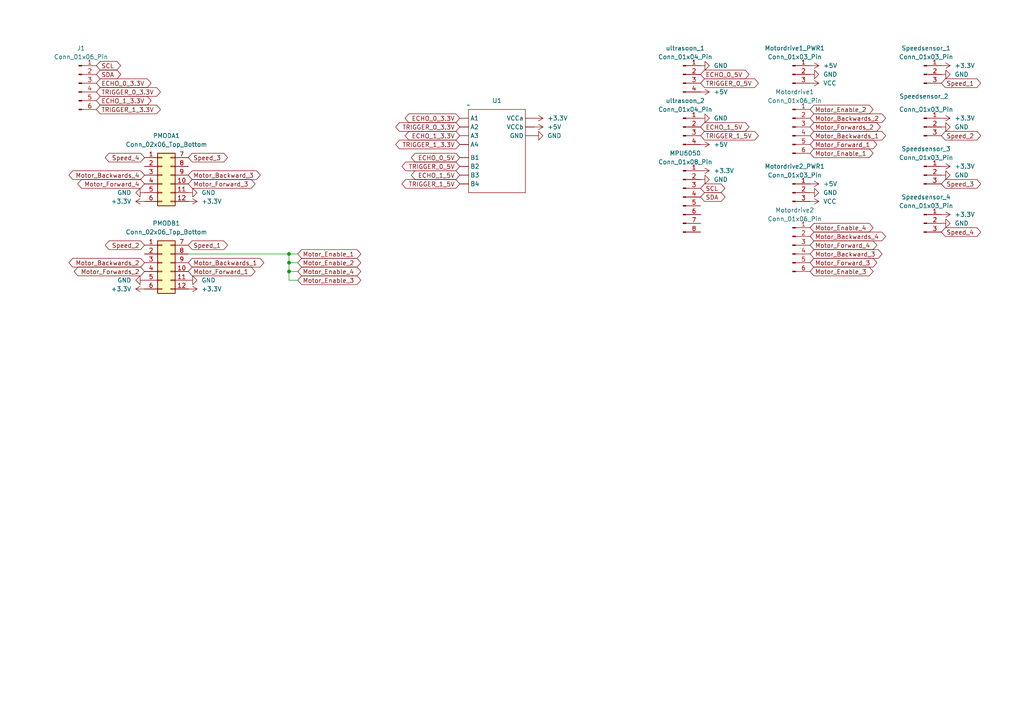
<source format=kicad_sch>
(kicad_sch (version 20230121) (generator eeschema)
  (paper "A4")
  (lib_symbols
    (symbol "Connector:Conn_01x03_Pin" (pin_names (offset 1.016) hide)
      (property "Reference" "J" (at 0 5.08 0))
      (property "Value" "Conn_01x03_Pin" (at 0 -5.08 0))
      (symbol "Conn_01x03_Pin_1_1"
        (polyline (pts (xy 1.27 -2.54) (xy 0.8636 -2.54)) (stroke (width 0.1524)))
        (polyline (pts (xy 1.27 0) (xy 0.8636 0)) (stroke (width 0.1524)))
        (polyline (pts (xy 1.27 2.54) (xy 0.8636 2.54)) (stroke (width 0.1524)))
        (rectangle (start 0.8636 -2.413) (end 0 -2.667) (stroke (width 0.1524)) (fill (type outline)))
        (rectangle (start 0.8636 0.127) (end 0 -0.127) (stroke (width 0.1524)) (fill (type outline)))
        (rectangle (start 0.8636 2.667) (end 0 2.413) (stroke (width 0.1524)) (fill (type outline)))
        (pin passive line (at 5.08 2.54 180) (length 3.81) (name "Pin_1") (number "1"))
        (pin passive line (at 5.08 0 180) (length 3.81) (name "Pin_2") (number "2"))
        (pin passive line (at 5.08 -2.54 180) (length 3.81) (name "Pin_3") (number "3"))
      )
    )
    (symbol "Connector:Conn_01x04_Pin" (pin_names (offset 1.016) hide)
      (property "Reference" "J" (at 0 5.08 0))
      (property "Value" "Conn_01x04_Pin" (at 0 -7.62 0))
      (symbol "Conn_01x04_Pin_1_1"
        (polyline (pts (xy 1.27 -5.08) (xy 0.8636 -5.08)) (stroke (width 0.1524)))
        (polyline (pts (xy 1.27 -2.54) (xy 0.8636 -2.54)) (stroke (width 0.1524)))
        (polyline (pts (xy 1.27 0) (xy 0.8636 0)) (stroke (width 0.1524)))
        (polyline (pts (xy 1.27 2.54) (xy 0.8636 2.54)) (stroke (width 0.1524)))
        (rectangle (start 0.8636 -4.953) (end 0 -5.207) (stroke (width 0.1524)) (fill (type outline)))
        (rectangle (start 0.8636 -2.413) (end 0 -2.667) (stroke (width 0.1524)) (fill (type outline)))
        (rectangle (start 0.8636 0.127) (end 0 -0.127) (stroke (width 0.1524)) (fill (type outline)))
        (rectangle (start 0.8636 2.667) (end 0 2.413) (stroke (width 0.1524)) (fill (type outline)))
        (pin passive line (at 5.08 2.54 180) (length 3.81) (name "Pin_1") (number "1"))
        (pin passive line (at 5.08 0 180) (length 3.81) (name "Pin_2") (number "2"))
        (pin passive line (at 5.08 -2.54 180) (length 3.81) (name "Pin_3") (number "3"))
        (pin passive line (at 5.08 -5.08 180) (length 3.81) (name "Pin_4") (number "4"))
      )
    )
    (symbol "Connector:Conn_01x06_Pin" (pin_names (offset 1.016) hide)
      (property "Reference" "J" (at 0 7.62 0))
      (property "Value" "Conn_01x06_Pin" (at 0 -10.16 0))
      (symbol "Conn_01x06_Pin_1_1"
        (polyline (pts (xy 1.27 -7.62) (xy 0.8636 -7.62)) (stroke (width 0.1524)))
        (polyline (pts (xy 1.27 -5.08) (xy 0.8636 -5.08)) (stroke (width 0.1524)))
        (polyline (pts (xy 1.27 -2.54) (xy 0.8636 -2.54)) (stroke (width 0.1524)))
        (polyline (pts (xy 1.27 0) (xy 0.8636 0)) (stroke (width 0.1524)))
        (polyline (pts (xy 1.27 2.54) (xy 0.8636 2.54)) (stroke (width 0.1524)))
        (polyline (pts (xy 1.27 5.08) (xy 0.8636 5.08)) (stroke (width 0.1524)))
        (rectangle (start 0.8636 -7.493) (end 0 -7.747) (stroke (width 0.1524)) (fill (type outline)))
        (rectangle (start 0.8636 -4.953) (end 0 -5.207) (stroke (width 0.1524)) (fill (type outline)))
        (rectangle (start 0.8636 -2.413) (end 0 -2.667) (stroke (width 0.1524)) (fill (type outline)))
        (rectangle (start 0.8636 0.127) (end 0 -0.127) (stroke (width 0.1524)) (fill (type outline)))
        (rectangle (start 0.8636 2.667) (end 0 2.413) (stroke (width 0.1524)) (fill (type outline)))
        (rectangle (start 0.8636 5.207) (end 0 4.953) (stroke (width 0.1524)) (fill (type outline)))
        (pin passive line (at 5.08 5.08 180) (length 3.81) (name "Pin_1") (number "1"))
        (pin passive line (at 5.08 2.54 180) (length 3.81) (name "Pin_2") (number "2"))
        (pin passive line (at 5.08 0 180) (length 3.81) (name "Pin_3") (number "3"))
        (pin passive line (at 5.08 -2.54 180) (length 3.81) (name "Pin_4") (number "4"))
        (pin passive line (at 5.08 -5.08 180) (length 3.81) (name "Pin_5") (number "5"))
        (pin passive line (at 5.08 -7.62 180) (length 3.81) (name "Pin_6") (number "6"))
      )
    )
    (symbol "Connector:Conn_01x08_Pin" (pin_names (offset 1.016) hide)
      (property "Reference" "J" (at 0 10.16 0))
      (property "Value" "Conn_01x08_Pin" (at 0 -12.7 0))
      (symbol "Conn_01x08_Pin_1_1"
        (polyline (pts (xy 1.27 -10.16) (xy 0.8636 -10.16)) (stroke (width 0.1524)))
        (polyline (pts (xy 1.27 -7.62) (xy 0.8636 -7.62)) (stroke (width 0.1524)))
        (polyline (pts (xy 1.27 -5.08) (xy 0.8636 -5.08)) (stroke (width 0.1524)))
        (polyline (pts (xy 1.27 -2.54) (xy 0.8636 -2.54)) (stroke (width 0.1524)))
        (polyline (pts (xy 1.27 0) (xy 0.8636 0)) (stroke (width 0.1524)))
        (polyline (pts (xy 1.27 2.54) (xy 0.8636 2.54)) (stroke (width 0.1524)))
        (polyline (pts (xy 1.27 5.08) (xy 0.8636 5.08)) (stroke (width 0.1524)))
        (polyline (pts (xy 1.27 7.62) (xy 0.8636 7.62)) (stroke (width 0.1524)))
        (rectangle (start 0.8636 -10.033) (end 0 -10.287) (stroke (width 0.1524)) (fill (type outline)))
        (rectangle (start 0.8636 -7.493) (end 0 -7.747) (stroke (width 0.1524)) (fill (type outline)))
        (rectangle (start 0.8636 -4.953) (end 0 -5.207) (stroke (width 0.1524)) (fill (type outline)))
        (rectangle (start 0.8636 -2.413) (end 0 -2.667) (stroke (width 0.1524)) (fill (type outline)))
        (rectangle (start 0.8636 0.127) (end 0 -0.127) (stroke (width 0.1524)) (fill (type outline)))
        (rectangle (start 0.8636 2.667) (end 0 2.413) (stroke (width 0.1524)) (fill (type outline)))
        (rectangle (start 0.8636 5.207) (end 0 4.953) (stroke (width 0.1524)) (fill (type outline)))
        (rectangle (start 0.8636 7.747) (end 0 7.493) (stroke (width 0.1524)) (fill (type outline)))
        (pin passive line (at 5.08 7.62 180) (length 3.81) (name "Pin_1") (number "1"))
        (pin passive line (at 5.08 5.08 180) (length 3.81) (name "Pin_2") (number "2"))
        (pin passive line (at 5.08 2.54 180) (length 3.81) (name "Pin_3") (number "3"))
        (pin passive line (at 5.08 0 180) (length 3.81) (name "Pin_4") (number "4"))
        (pin passive line (at 5.08 -2.54 180) (length 3.81) (name "Pin_5") (number "5"))
        (pin passive line (at 5.08 -5.08 180) (length 3.81) (name "Pin_6") (number "6"))
        (pin passive line (at 5.08 -7.62 180) (length 3.81) (name "Pin_7") (number "7"))
        (pin passive line (at 5.08 -10.16 180) (length 3.81) (name "Pin_8") (number "8"))
      )
    )
    (symbol "Connector_Generic:Conn_02x06_Top_Bottom" (pin_names (offset 1.016) hide)
      (property "Reference" "J" (at 1.27 7.62 0))
      (property "Value" "Conn_02x06_Top_Bottom" (at 1.27 -10.16 0))
      (symbol "Conn_02x06_Top_Bottom_1_1"
        (rectangle (start -1.27 -7.493) (end 0 -7.747) (stroke (width 0.1524)))
        (rectangle (start -1.27 -4.953) (end 0 -5.207) (stroke (width 0.1524)))
        (rectangle (start -1.27 -2.413) (end 0 -2.667) (stroke (width 0.1524)))
        (rectangle (start -1.27 0.127) (end 0 -0.127) (stroke (width 0.1524)))
        (rectangle (start -1.27 2.667) (end 0 2.413) (stroke (width 0.1524)))
        (rectangle (start -1.27 5.207) (end 0 4.953) (stroke (width 0.1524)))
        (rectangle (start -1.27 6.35) (end 3.81 -8.89) (stroke (width 0.254)) (fill (type background)))
        (rectangle (start 3.81 -7.493) (end 2.54 -7.747) (stroke (width 0.1524)))
        (rectangle (start 3.81 -4.953) (end 2.54 -5.207) (stroke (width 0.1524)))
        (rectangle (start 3.81 -2.413) (end 2.54 -2.667) (stroke (width 0.1524)))
        (rectangle (start 3.81 0.127) (end 2.54 -0.127) (stroke (width 0.1524)))
        (rectangle (start 3.81 2.667) (end 2.54 2.413) (stroke (width 0.1524)))
        (rectangle (start 3.81 5.207) (end 2.54 4.953) (stroke (width 0.1524)))
        (pin passive line (at -5.08 5.08 0) (length 3.81) (name "Pin_1") (number "1"))
        (pin passive line (at 7.62 -2.54 180) (length 3.81) (name "Pin_10") (number "10"))
        (pin passive line (at 7.62 -5.08 180) (length 3.81) (name "Pin_11") (number "11"))
        (pin passive line (at 7.62 -7.62 180) (length 3.81) (name "Pin_12") (number "12"))
        (pin passive line (at -5.08 2.54 0) (length 3.81) (name "Pin_2") (number "2"))
        (pin passive line (at -5.08 0 0) (length 3.81) (name "Pin_3") (number "3"))
        (pin passive line (at -5.08 -2.54 0) (length 3.81) (name "Pin_4") (number "4"))
        (pin passive line (at -5.08 -5.08 0) (length 3.81) (name "Pin_5") (number "5"))
        (pin passive line (at -5.08 -7.62 0) (length 3.81) (name "Pin_6") (number "6"))
        (pin passive line (at 7.62 5.08 180) (length 3.81) (name "Pin_7") (number "7"))
        (pin passive line (at 7.62 2.54 180) (length 3.81) (name "Pin_8") (number "8"))
        (pin passive line (at 7.62 0 180) (length 3.81) (name "Pin_9") (number "9"))
      )
    )
    (symbol "New_Library:KY-051"
      (property "Reference" "U" (at 0 0 0))
      (symbol "KY-051_0_1"
        (rectangle (start 0 -1.27) (end 16.51 -25.4))
      )
      (symbol "KY-051_1_1"
        (pin bidirectional line (at -2.54 -3.81 0) (length 2.54) (name "A1") (number ""))
        (pin bidirectional line (at -2.54 -6.35 0) (length 2.54) (name "A2") (number ""))
        (pin bidirectional line (at -2.54 -8.89 0) (length 2.54) (name "A3") (number ""))
        (pin bidirectional line (at -2.54 -11.43 0) (length 2.54) (name "A4") (number ""))
        (pin bidirectional line (at -2.54 -15.24 0) (length 2.54) (name "B1") (number ""))
        (pin bidirectional line (at -2.54 -17.78 0) (length 2.54) (name "B2") (number ""))
        (pin bidirectional line (at -2.54 -20.32 0) (length 2.54) (name "B3") (number ""))
        (pin bidirectional line (at -2.54 -22.86 0) (length 2.54) (name "B4") (number ""))
        (pin power_in line (at 19.05 -8.89 180) (length 2.54) (name "GND") (number ""))
        (pin power_in line (at 19.05 -3.81 180) (length 2.54) (name "VCCa") (number ""))
        (pin power_in line (at 19.05 -6.35 180) (length 2.54) (name "VCCb") (number ""))
      )
    )
    (symbol "power:+3.3V" (power) (pin_names (offset 0))
      (property "Value" "+3.3V" (at 0 3.556 0))
      (symbol "+3.3V_0_1"
        (polyline (pts (xy -0.762 1.27) (xy 0 2.54)))
        (polyline (pts (xy 0 0) (xy 0 2.54)))
        (polyline (pts (xy 0 2.54) (xy 0.762 1.27)))
      )
      (symbol "+3.3V_1_1"
        (pin power_in line (at 0 0 90) (length 0) hide (name "+3.3V") (number "1"))
      )
    )
    (symbol "power:+5V" (power) (pin_names (offset 0))
      (property "Value" "+5V" (at 0 3.556 0))
      (symbol "+5V_0_1"
        (polyline (pts (xy -0.762 1.27) (xy 0 2.54)))
        (polyline (pts (xy 0 0) (xy 0 2.54)))
        (polyline (pts (xy 0 2.54) (xy 0.762 1.27)))
      )
      (symbol "+5V_1_1"
        (pin power_in line (at 0 0 90) (length 0) hide (name "+5V") (number "1"))
      )
    )
    (symbol "power:GND" (power) (pin_names (offset 0))
      (property "Value" "GND" (at 0 -3.81 0))
      (symbol "GND_0_1"
        (polyline (pts (xy 0 0) (xy 0 -1.27) (xy 1.27 -1.27) (xy 0 -2.54) (xy -1.27 -1.27) (xy 0 -1.27)))
      )
      (symbol "GND_1_1"
        (pin power_in line (at 0 0 270) (length 0) hide (name "GND") (number "1"))
      )
    )
    (symbol "power:VCC" (power) (pin_names (offset 0))
      (property "Value" "VCC" (at 0 3.81 0))
      (symbol "VCC_0_1"
        (polyline (pts (xy -0.762 1.27) (xy 0 2.54)))
        (polyline (pts (xy 0 0) (xy 0 2.54)))
        (polyline (pts (xy 0 2.54) (xy 0.762 1.27)))
      )
      (symbol "VCC_1_1"
        (pin power_in line (at 0 0 90) (length 0) hide (name "VCC") (number "1"))
      )
    )
  )
  (junction (at 83.82 78.74))
  (junction (at 83.82 73.66))
  (junction (at 83.82 76.2))
  (wire (pts (xy 83.82 78.74) (xy 83.82 76.2)))
  (wire (pts (xy 86.36 81.28) (xy 83.82 81.28)))
  (wire (pts (xy 54.61 73.66) (xy 83.82 73.66)))
  (wire (pts (xy 86.36 78.74) (xy 83.82 78.74)))
  (wire (pts (xy 86.36 76.2) (xy 83.82 76.2)))
  (wire (pts (xy 83.82 73.66) (xy 83.82 76.2)))
  (wire (pts (xy 83.82 73.66) (xy 86.36 73.66)))
  (wire (pts (xy 83.82 78.74) (xy 83.82 81.28)))
  (global_label "Motor_Enable_3" (shape bidirectional) (at 86.36 81.28 0) (property "Intersheetrefs" "${INTERSHEET_REFS}" (effects hide)))
  (global_label "Motor_Backwards_2" (shape bidirectional) (at 41.91 76.2 180) (property "Intersheetrefs" "${INTERSHEET_REFS}" (effects hide)))
  (global_label "ECHO_0_3.3V" (shape bidirectional) (at 27.94 24.13 0) (property "Intersheetrefs" "${INTERSHEET_REFS}" (effects hide)))
  (global_label "Speed_2" (shape bidirectional) (at 41.91 71.12 180) (property "Intersheetrefs" "${INTERSHEET_REFS}" (effects hide)))
  (global_label "Motor_Forward_4" (shape bidirectional) (at 41.91 53.34 180) (property "Intersheetrefs" "${INTERSHEET_REFS}" (effects hide)))
  (global_label "Motor_Enable_2" (shape bidirectional) (at 86.36 76.2 0) (property "Intersheetrefs" "${INTERSHEET_REFS}" (effects hide)))
  (global_label "Speed_4" (shape bidirectional) (at 273.05 67.31 0) (property "Intersheetrefs" "${INTERSHEET_REFS}" (effects hide)))
  (global_label "ECHO_0_5V" (shape bidirectional) (at 133.35 45.72 180) (property "Intersheetrefs" "${INTERSHEET_REFS}" (effects hide)))
  (global_label "SDA" (shape bidirectional) (at 203.2 57.15 0) (property "Intersheetrefs" "${INTERSHEET_REFS}" (effects hide)))
  (global_label "TRIGGER_0_5V" (shape bidirectional) (at 133.35 48.26 180) (property "Intersheetrefs" "${INTERSHEET_REFS}" (effects hide)))
  (global_label "Motor_Backwards_1" (shape bidirectional) (at 54.61 76.2 0) (property "Intersheetrefs" "${INTERSHEET_REFS}" (effects hide)))
  (global_label "Motor_Enable_2" (shape bidirectional) (at 234.95 31.75 0) (property "Intersheetrefs" "${INTERSHEET_REFS}" (effects hide)))
  (global_label "SCL" (shape bidirectional) (at 27.94 19.05 0) (property "Intersheetrefs" "${INTERSHEET_REFS}" (effects hide)))
  (global_label "Motor_Forward_1" (shape bidirectional) (at 54.61 78.74 0) (property "Intersheetrefs" "${INTERSHEET_REFS}" (effects hide)))
  (global_label "Motor_Forward_4" (shape bidirectional) (at 234.95 71.12 0) (property "Intersheetrefs" "${INTERSHEET_REFS}" (effects hide)))
  (global_label "TRIGGER_1_3.3V" (shape bidirectional) (at 27.94 31.75 0) (property "Intersheetrefs" "${INTERSHEET_REFS}" (effects hide)))
  (global_label "Motor_Enable_4" (shape bidirectional) (at 86.36 78.74 0) (property "Intersheetrefs" "${INTERSHEET_REFS}" (effects hide)))
  (global_label "TRIGGER_0_3.3V" (shape bidirectional) (at 27.94 26.67 0) (property "Intersheetrefs" "${INTERSHEET_REFS}" (effects hide)))
  (global_label "ECHO_1_3.3V" (shape bidirectional) (at 27.94 29.21 0) (property "Intersheetrefs" "${INTERSHEET_REFS}" (effects hide)))
  (global_label "Motor_Forward_3" (shape bidirectional) (at 54.61 53.34 0) (property "Intersheetrefs" "${INTERSHEET_REFS}" (effects hide)))
  (global_label "Motor_Enable_1" (shape bidirectional) (at 234.95 44.45 0) (property "Intersheetrefs" "${INTERSHEET_REFS}" (effects hide)))
  (global_label "Motor_Enable_1" (shape bidirectional) (at 86.36 73.66 0) (property "Intersheetrefs" "${INTERSHEET_REFS}" (effects hide)))
  (global_label "ECHO_0_3.3V" (shape bidirectional) (at 133.35 34.29 180) (property "Intersheetrefs" "${INTERSHEET_REFS}" (effects hide)))
  (global_label "Motor_Enable_4" (shape bidirectional) (at 234.95 66.04 0) (property "Intersheetrefs" "${INTERSHEET_REFS}" (effects hide)))
  (global_label "Motor_Forward_1" (shape bidirectional) (at 234.95 41.91 0) (property "Intersheetrefs" "${INTERSHEET_REFS}" (effects hide)))
  (global_label "ECHO_1_5V" (shape bidirectional) (at 203.2 36.83 0) (property "Intersheetrefs" "${INTERSHEET_REFS}" (effects hide)))
  (global_label "TRIGGER_0_3.3V" (shape bidirectional) (at 133.35 36.83 180) (property "Intersheetrefs" "${INTERSHEET_REFS}" (effects hide)))
  (global_label "Speed_1" (shape bidirectional) (at 273.05 24.13 0) (property "Intersheetrefs" "${INTERSHEET_REFS}" (effects hide)))
  (global_label "SDA" (shape bidirectional) (at 27.94 21.59 0) (property "Intersheetrefs" "${INTERSHEET_REFS}" (effects hide)))
  (global_label "Speed_4" (shape bidirectional) (at 41.91 45.72 180) (property "Intersheetrefs" "${INTERSHEET_REFS}" (effects hide)))
  (global_label "Motor_Forward_3" (shape bidirectional) (at 234.95 76.2 0) (property "Intersheetrefs" "${INTERSHEET_REFS}" (effects hide)))
  (global_label "ECHO_1_3.3V" (shape bidirectional) (at 133.35 39.37 180) (property "Intersheetrefs" "${INTERSHEET_REFS}" (effects hide)))
  (global_label "Speed_3" (shape bidirectional) (at 273.05 53.34 0) (property "Intersheetrefs" "${INTERSHEET_REFS}" (effects hide)))
  (global_label "Motor_Backwards_4" (shape bidirectional) (at 41.91 50.8 180) (property "Intersheetrefs" "${INTERSHEET_REFS}" (effects hide)))
  (global_label "SCL" (shape bidirectional) (at 203.2 54.61 0) (property "Intersheetrefs" "${INTERSHEET_REFS}" (effects hide)))
  (global_label "Motor_Backwards_2" (shape bidirectional) (at 234.95 34.29 0) (property "Intersheetrefs" "${INTERSHEET_REFS}" (effects hide)))
  (global_label "TRIGGER_1_3.3V" (shape bidirectional) (at 133.35 41.91 180) (property "Intersheetrefs" "${INTERSHEET_REFS}" (effects hide)))
  (global_label "TRIGGER_0_5V" (shape bidirectional) (at 203.2 24.13 0) (property "Intersheetrefs" "${INTERSHEET_REFS}" (effects hide)))
  (global_label "Motor_Backward_3" (shape bidirectional) (at 54.61 50.8 0) (property "Intersheetrefs" "${INTERSHEET_REFS}" (effects hide)))
  (global_label "Motor_Backward_3" (shape bidirectional) (at 234.95 73.66 0) (property "Intersheetrefs" "${INTERSHEET_REFS}" (effects hide)))
  (global_label "TRIGGER_1_5V" (shape bidirectional) (at 133.35 53.34 180) (property "Intersheetrefs" "${INTERSHEET_REFS}" (effects hide)))
  (global_label "Motor_Backwards_4" (shape bidirectional) (at 234.95 68.58 0) (property "Intersheetrefs" "${INTERSHEET_REFS}" (effects hide)))
  (global_label "Motor_Forwards_2" (shape bidirectional) (at 234.95 36.83 0) (property "Intersheetrefs" "${INTERSHEET_REFS}" (effects hide)))
  (global_label "Motor_Enable_3" (shape bidirectional) (at 234.95 78.74 0) (property "Intersheetrefs" "${INTERSHEET_REFS}" (effects hide)))
  (global_label "ECHO_0_5V" (shape bidirectional) (at 203.2 21.59 0) (property "Intersheetrefs" "${INTERSHEET_REFS}" (effects hide)))
  (global_label "ECHO_1_5V" (shape bidirectional) (at 133.35 50.8 180) (property "Intersheetrefs" "${INTERSHEET_REFS}" (effects hide)))
  (global_label "Speed_3" (shape bidirectional) (at 54.61 45.72 0) (property "Intersheetrefs" "${INTERSHEET_REFS}" (effects hide)))
  (global_label "Motor_Backwards_1" (shape bidirectional) (at 234.95 39.37 0) (property "Intersheetrefs" "${INTERSHEET_REFS}" (effects hide)))
  (global_label "Motor_Forwards_2" (shape bidirectional) (at 41.91 78.74 180) (property "Intersheetrefs" "${INTERSHEET_REFS}" (effects hide)))
  (global_label "TRIGGER_1_5V" (shape bidirectional) (at 203.2 39.37 0) (property "Intersheetrefs" "${INTERSHEET_REFS}" (effects hide)))
  (global_label "Speed_2" (shape bidirectional) (at 273.05 39.37 0) (property "Intersheetrefs" "${INTERSHEET_REFS}" (effects hide)))
  (global_label "Speed_1" (shape bidirectional) (at 54.61 71.12 0) (property "Intersheetrefs" "${INTERSHEET_REFS}" (effects hide)))
  (symbol (lib_id "Connector_Generic:Conn_02x06_Top_Bottom") (at 46.99 50.8 0) (unit 1)
    (property "Reference" "PMODA1" (at 48.26 39.37 0))
    (property "Value" "Conn_02x06_Top_Bottom" (at 48.26 41.91 0))
    (property "Footprint" "Library:PinHeader_2x06_CORRECTED" (effects hide))
  )
  (symbol (lib_id "Connector:Conn_01x06_Pin") (at 22.86 24.13 0) (unit 1)
    (property "Reference" "J1" (at 23.495 13.97 0))
    (property "Value" "Conn_01x06_Pin" (at 23.495 16.51 0))
    (property "Footprint" "Connector_PinHeader_2.54mm:PinHeader_1x06_P2.54mm_Vertical" (effects hide))
  )
  (symbol (lib_id "power:GND") (at 273.05 21.59 90) (unit 1)
    (property "Reference" "#PWR023" (effects hide))
    (property "Value" "GND" (at 276.86 21.59 90) (effects (justify right)))
  )
  (symbol (lib_id "power:+3.3V") (at 273.05 62.23 270) (unit 1)
    (property "Reference" "#PWR022" (effects hide))
    (property "Value" "+3.3V" (at 276.86 62.23 90) (effects (justify left)))
  )
  (symbol (lib_id "power:GND") (at 154.94 39.37 90) (unit 1)
    (property "Reference" "#PWR031" (effects hide))
    (property "Value" "GND" (at 158.75 39.37 90) (effects (justify right)))
  )
  (symbol (lib_id "power:GND") (at 234.95 55.88 90) (unit 1)
    (property "Reference" "#PWR012" (effects hide))
    (property "Value" "GND" (at 238.76 55.88 90) (effects (justify right)))
  )
  (symbol (lib_id "power:+3.3V") (at 154.94 34.29 270) (unit 1)
    (property "Reference" "#PWR029" (effects hide))
    (property "Value" "+3.3V" (at 158.75 34.29 90) (effects (justify left)))
  )
  (symbol (lib_id "Connector_Generic:Conn_02x06_Top_Bottom") (at 46.99 76.2 0) (unit 1)
    (property "Reference" "PMODB1" (at 48.26 64.77 0))
    (property "Value" "Conn_02x06_Top_Bottom" (at 48.26 67.31 0))
    (property "Footprint" "Library:PinHeader_2x06_CORRECTED" (effects hide))
  )
  (symbol (lib_id "power:+3.3V") (at 54.61 58.42 270) (unit 1)
    (property "Reference" "#PWR03" (effects hide))
    (property "Value" "+3.3V" (at 58.42 58.42 90) (effects (justify left)))
  )
  (symbol (lib_id "power:VCC") (at 234.95 24.13 270) (unit 1)
    (property "Reference" "#PWR09" (effects hide))
    (property "Value" "VCC" (at 238.76 24.13 90) (effects (justify left)))
  )
  (symbol (lib_id "power:GND") (at 234.95 21.59 90) (unit 1)
    (property "Reference" "#PWR011" (effects hide))
    (property "Value" "GND" (at 238.76 21.59 90) (effects (justify right)))
  )
  (symbol (lib_id "Connector:Conn_01x04_Pin") (at 198.12 36.83 0) (unit 1)
    (property "Reference" "ultrasoon_2" (at 198.755 29.21 0))
    (property "Value" "Conn_01x04_Pin" (at 198.755 31.75 0))
    (property "Footprint" "Connector_PinHeader_2.54mm:PinHeader_1x04_P2.54mm_Vertical" (effects hide))
  )
  (symbol (lib_id "power:+3.3V") (at 54.61 83.82 270) (unit 1)
    (property "Reference" "#PWR01" (effects hide))
    (property "Value" "+3.3V" (at 58.42 83.82 90) (effects (justify left)))
  )
  (symbol (lib_id "power:+3.3V") (at 273.05 48.26 270) (unit 1)
    (property "Reference" "#PWR021" (effects hide))
    (property "Value" "+3.3V" (at 276.86 48.26 90) (effects (justify left)))
  )
  (symbol (lib_id "Connector:Conn_01x03_Pin") (at 267.97 36.83 0) (unit 1)
    (property "Reference" "Speedsensor_2" (at 267.97 27.94 0))
    (property "Value" "Conn_01x03_Pin" (at 268.605 31.75 0))
    (property "Footprint" "Connector_PinHeader_2.54mm:PinHeader_1x03_P2.54mm_Vertical" (effects hide))
  )
  (symbol (lib_id "power:+5V") (at 203.2 26.67 270) (unit 1)
    (property "Reference" "#PWR05" (effects hide))
    (property "Value" "+5V" (at 207.01 26.67 90) (effects (justify left)))
  )
  (symbol (lib_id "power:+5V") (at 154.94 36.83 270) (unit 1)
    (property "Reference" "#PWR030" (effects hide))
    (property "Value" "+5V" (at 158.75 36.83 90) (effects (justify left)))
  )
  (symbol (lib_id "power:GND") (at 273.05 64.77 90) (unit 1)
    (property "Reference" "#PWR026" (effects hide))
    (property "Value" "GND" (at 276.86 64.77 90) (effects (justify right)))
  )
  (symbol (lib_id "power:GND") (at 41.91 55.88 270) (unit 1)
    (property "Reference" "#PWR016" (effects hide))
    (property "Value" "GND" (at 38.1 55.88 90) (effects (justify right)))
  )
  (symbol (lib_id "power:+3.3V") (at 273.05 34.29 270) (unit 1)
    (property "Reference" "#PWR020" (effects hide))
    (property "Value" "+3.3V" (at 276.86 34.29 90) (effects (justify left)))
  )
  (symbol (lib_id "power:GND") (at 203.2 19.05 90) (unit 1)
    (property "Reference" "#PWR014" (effects hide))
    (property "Value" "GND" (at 207.01 19.05 90) (effects (justify right)))
  )
  (symbol (lib_id "power:GND") (at 54.61 55.88 90) (unit 1)
    (property "Reference" "#PWR015" (effects hide))
    (property "Value" "GND" (at 58.42 55.88 90) (effects (justify right)))
  )
  (symbol (lib_id "power:GND") (at 273.05 50.8 90) (unit 1)
    (property "Reference" "#PWR025" (effects hide))
    (property "Value" "GND" (at 276.86 50.8 90) (effects (justify right)))
  )
  (symbol (lib_id "Connector:Conn_01x03_Pin") (at 267.97 64.77 0) (unit 1)
    (property "Reference" "Speedsensor_4" (at 268.605 57.15 0))
    (property "Value" "Conn_01x03_Pin" (at 268.605 59.69 0))
    (property "Footprint" "Connector_PinHeader_2.54mm:PinHeader_1x03_P2.54mm_Vertical" (effects hide))
  )
  (symbol (lib_id "power:GND") (at 273.05 36.83 90) (unit 1)
    (property "Reference" "#PWR024" (effects hide))
    (property "Value" "GND" (at 276.86 36.83 90) (effects (justify right)))
  )
  (symbol (lib_id "New_Library:KY-051") (at 135.89 30.48 0) (unit 1)
    (property "Reference" "U1" (at 144.145 29.21 0))
    (property "Value" "~" (at 135.89 30.48 0))
    (property "Footprint" "Library:KY-051" (effects hide))
  )
  (symbol (lib_id "Connector:Conn_01x03_Pin") (at 267.97 21.59 0) (unit 1)
    (property "Reference" "Speedsensor_1" (at 268.605 13.97 0))
    (property "Value" "Conn_01x03_Pin" (at 268.605 16.51 0))
    (property "Footprint" "Connector_PinHeader_2.54mm:PinHeader_1x03_P2.54mm_Vertical" (effects hide))
  )
  (symbol (lib_id "power:VCC") (at 234.95 58.42 270) (unit 1)
    (property "Reference" "#PWR010" (effects hide))
    (property "Value" "VCC" (at 238.76 58.42 90) (effects (justify left)))
  )
  (symbol (lib_id "power:+3.3V") (at 273.05 19.05 270) (unit 1)
    (property "Reference" "#PWR019" (effects hide))
    (property "Value" "+3.3V" (at 276.86 19.05 90) (effects (justify left)))
  )
  (symbol (lib_id "Connector:Conn_01x06_Pin") (at 229.87 36.83 0) (unit 1)
    (property "Reference" "Motordrive1" (at 230.505 26.67 0))
    (property "Value" "Conn_01x06_Pin" (at 230.505 29.21 0))
    (property "Footprint" "Connector_PinHeader_2.54mm:PinHeader_1x06_P2.54mm_Vertical" (effects hide))
  )
  (symbol (lib_id "Connector:Conn_01x08_Pin") (at 198.12 57.15 0) (unit 1)
    (property "Reference" "MPU6050" (at 198.755 44.45 0))
    (property "Value" "Conn_01x08_Pin" (at 198.755 46.99 0))
    (property "Footprint" "Connector_PinHeader_2.54mm:PinHeader_1x08_P2.54mm_Vertical" (effects hide))
  )
  (symbol (lib_id "power:+3.3V") (at 203.2 49.53 270) (unit 1)
    (property "Reference" "#PWR028" (effects hide))
    (property "Value" "+3.3V" (at 207.01 49.53 90) (effects (justify left)))
  )
  (symbol (lib_id "power:+3.3V") (at 41.91 83.82 90) (unit 1)
    (property "Reference" "#PWR02" (effects hide))
    (property "Value" "+3.3V" (at 38.1 83.82 90) (effects (justify left)))
  )
  (symbol (lib_id "power:GND") (at 54.61 81.28 90) (unit 1)
    (property "Reference" "#PWR017" (effects hide))
    (property "Value" "GND" (at 58.42 81.28 90) (effects (justify right)))
  )
  (symbol (lib_id "power:GND") (at 203.2 52.07 90) (unit 1)
    (property "Reference" "#PWR027" (effects hide))
    (property "Value" "GND" (at 207.01 52.07 90) (effects (justify right)))
  )
  (symbol (lib_id "power:+5V") (at 234.95 53.34 270) (unit 1)
    (property "Reference" "#PWR08" (effects hide))
    (property "Value" "+5V" (at 238.76 53.34 90) (effects (justify left)))
  )
  (symbol (lib_id "Connector:Conn_01x03_Pin") (at 267.97 50.8 0) (unit 1)
    (property "Reference" "Speedsensor_3" (at 268.605 43.18 0))
    (property "Value" "Conn_01x03_Pin" (at 268.605 45.72 0))
    (property "Footprint" "Connector_PinHeader_2.54mm:PinHeader_1x03_P2.54mm_Vertical" (effects hide))
  )
  (symbol (lib_id "Connector:Conn_01x06_Pin") (at 229.87 71.12 0) (unit 1)
    (property "Reference" "Motordrive2" (at 230.505 60.96 0))
    (property "Value" "Conn_01x06_Pin" (at 230.505 63.5 0))
    (property "Footprint" "Connector_PinHeader_2.54mm:PinHeader_1x06_P2.54mm_Vertical" (effects hide))
  )
  (symbol (lib_id "power:+5V") (at 203.2 41.91 270) (unit 1)
    (property "Reference" "#PWR06" (effects hide))
    (property "Value" "+5V" (at 207.01 41.91 90) (effects (justify left)))
  )
  (symbol (lib_id "Connector:Conn_01x04_Pin") (at 198.12 21.59 0) (unit 1)
    (property "Reference" "ultrasoon_1" (at 198.755 13.97 0))
    (property "Value" "Conn_01x04_Pin" (at 198.755 16.51 0))
    (property "Footprint" "Connector_PinHeader_2.54mm:PinHeader_1x04_P2.54mm_Vertical" (effects hide))
  )
  (symbol (lib_id "Connector:Conn_01x03_Pin") (at 229.87 55.88 0) (unit 1)
    (property "Reference" "Motordrive2_PWR1" (at 230.505 48.26 0))
    (property "Value" "Conn_01x03_Pin" (at 230.505 50.8 0))
    (property "Footprint" "Connector_PinHeader_2.54mm:PinHeader_1x03_P2.54mm_Vertical" (effects hide))
  )
  (symbol (lib_id "power:+5V") (at 234.95 19.05 270) (unit 1)
    (property "Reference" "#PWR07" (effects hide))
    (property "Value" "+5V" (at 238.76 19.05 90) (effects (justify left)))
  )
  (symbol (lib_id "power:GND") (at 203.2 34.29 90) (unit 1)
    (property "Reference" "#PWR013" (effects hide))
    (property "Value" "GND" (at 207.01 34.29 90) (effects (justify right)))
  )
  (symbol (lib_id "power:+3.3V") (at 41.91 58.42 90) (unit 1)
    (property "Reference" "#PWR04" (effects hide))
    (property "Value" "+3.3V" (at 38.1 58.42 90) (effects (justify left)))
  )
  (symbol (lib_id "Connector:Conn_01x03_Pin") (at 229.87 21.59 0) (unit 1)
    (property "Reference" "Motordrive1_PWR1" (at 230.505 13.97 0))
    (property "Value" "Conn_01x03_Pin" (at 230.505 16.51 0))
    (property "Footprint" "Connector_PinHeader_2.54mm:PinHeader_1x03_P2.54mm_Vertical" (effects hide))
  )
  (symbol (lib_id "power:GND") (at 41.91 81.28 270) (unit 1)
    (property "Reference" "#PWR018" (effects hide))
    (property "Value" "GND" (at 38.1 81.28 90) (effects (justify right)))
  )
)
</source>
